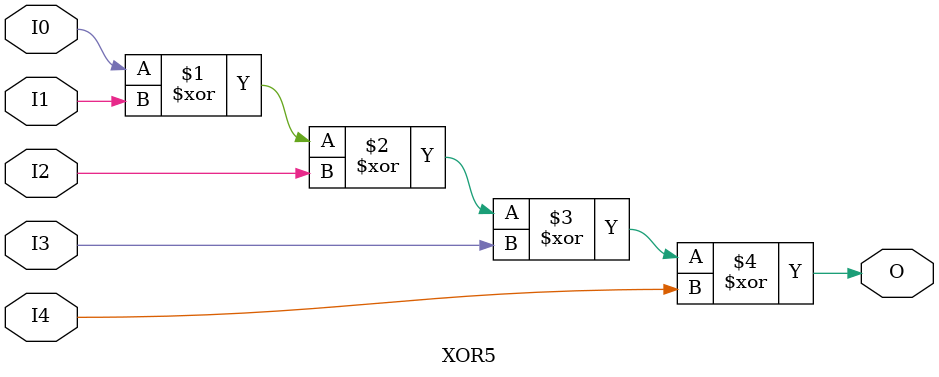
<source format=v>

`timescale  1 ps / 1 ps

`celldefine

module XOR5 (O, I0, I1, I2, I3, I4);


    output O;

    input  I0, I1, I2, I3, I4;

	xor X1 (O, I0, I1, I2, I3, I4);

    specify
	(I0 *> O) = (0, 0);
	(I1 *> O) = (0, 0);
	(I2 *> O) = (0, 0);
	(I3 *> O) = (0, 0);
	(I4 *> O) = (0, 0);
    endspecify

endmodule

`endcelldefine

</source>
